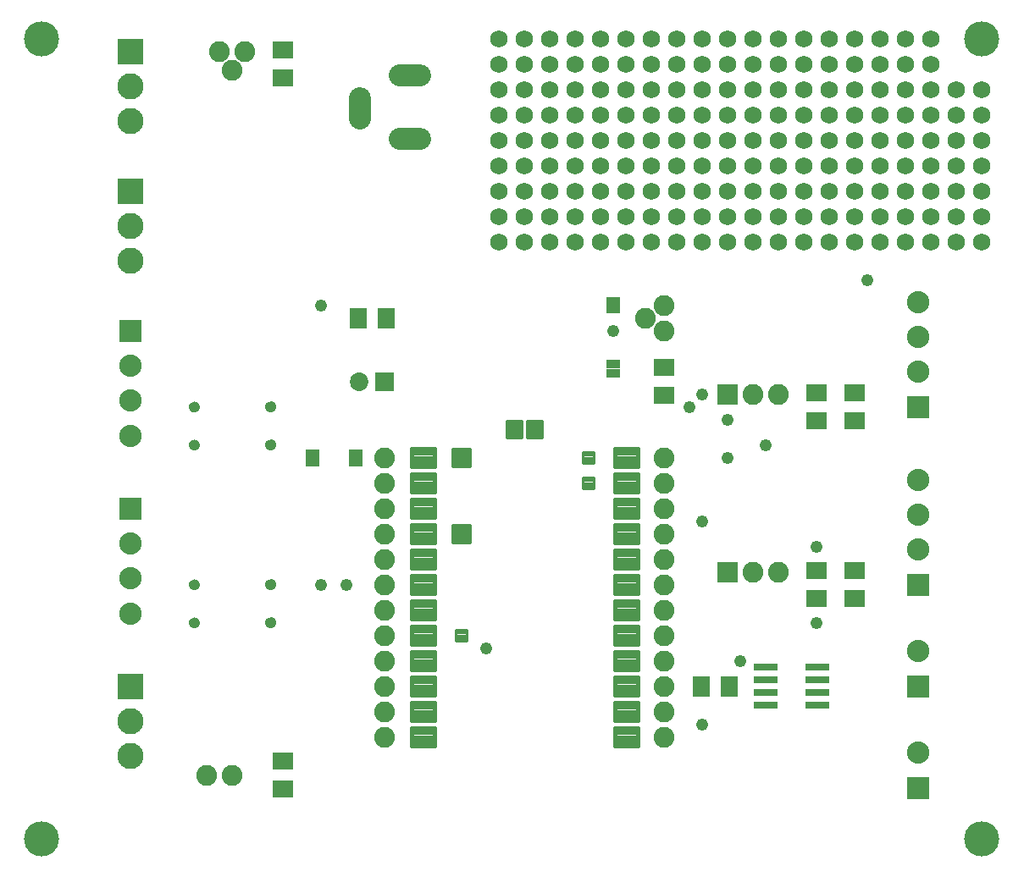
<source format=gts>
G75*
%MOIN*%
%OFA0B0*%
%FSLAX25Y25*%
%IPPOS*%
%LPD*%
%AMOC8*
5,1,8,0,0,1.08239X$1,22.5*
%
%ADD10R,0.07887X0.07099*%
%ADD11R,0.05800X0.06587*%
%ADD12R,0.08800X0.08800*%
%ADD13C,0.08800*%
%ADD14C,0.08200*%
%ADD15R,0.05800X0.03300*%
%ADD16C,0.01760*%
%ADD17C,0.01060*%
%ADD18C,0.01560*%
%ADD19C,0.01360*%
%ADD20R,0.07099X0.07887*%
%ADD21R,0.09461X0.03162*%
%ADD22R,0.10300X0.10300*%
%ADD23C,0.10300*%
%ADD24C,0.08674*%
%ADD25R,0.08200X0.08200*%
%ADD26C,0.13800*%
%ADD27C,0.07300*%
%ADD28R,0.07300X0.07300*%
%ADD29C,0.00500*%
%ADD30C,0.04762*%
%ADD31C,0.06800*%
D10*
X0111800Y0036288D03*
X0111800Y0047312D03*
X0261800Y0191288D03*
X0261800Y0202312D03*
X0321800Y0192312D03*
X0321800Y0181288D03*
X0336800Y0181288D03*
X0336800Y0192312D03*
X0336800Y0122312D03*
X0336800Y0111288D03*
X0321800Y0111288D03*
X0321800Y0122312D03*
X0111800Y0316288D03*
X0111800Y0327312D03*
D11*
X0123335Y0166800D03*
X0140265Y0166800D03*
D12*
X0051800Y0146800D03*
X0051800Y0216800D03*
X0361800Y0186800D03*
X0361800Y0116800D03*
X0361800Y0076800D03*
X0361800Y0036800D03*
D13*
X0361800Y0050580D03*
X0361800Y0090580D03*
X0361800Y0130580D03*
X0361800Y0144359D03*
X0361800Y0158139D03*
X0361800Y0200580D03*
X0361800Y0214359D03*
X0361800Y0228139D03*
X0051800Y0203020D03*
X0051800Y0189241D03*
X0051800Y0175461D03*
X0051800Y0133020D03*
X0051800Y0119241D03*
X0051800Y0105461D03*
D14*
X0081800Y0041800D03*
X0091800Y0041800D03*
X0151800Y0056800D03*
X0151800Y0066800D03*
X0151800Y0076800D03*
X0151800Y0086800D03*
X0151800Y0096800D03*
X0151800Y0106800D03*
X0151800Y0116800D03*
X0151800Y0126800D03*
X0151800Y0136800D03*
X0151800Y0146800D03*
X0151800Y0156800D03*
X0151800Y0166800D03*
X0254300Y0221800D03*
X0261800Y0226800D03*
X0261800Y0216800D03*
X0296800Y0191800D03*
X0306800Y0191800D03*
X0261800Y0166800D03*
X0261800Y0156800D03*
X0261800Y0146800D03*
X0261800Y0136800D03*
X0261800Y0126800D03*
X0261800Y0116800D03*
X0261800Y0106800D03*
X0261800Y0096800D03*
X0261800Y0086800D03*
X0261800Y0076800D03*
X0261800Y0066800D03*
X0261800Y0056800D03*
X0296800Y0121800D03*
X0306800Y0121800D03*
X0091800Y0319300D03*
X0086800Y0326800D03*
X0096800Y0326800D03*
D15*
X0241800Y0228422D03*
X0241800Y0225178D03*
X0241800Y0203572D03*
X0241800Y0200028D03*
D16*
X0242280Y0163280D02*
X0251320Y0163280D01*
X0242280Y0163280D02*
X0242280Y0170320D01*
X0251320Y0170320D01*
X0251320Y0163280D01*
X0251320Y0165039D02*
X0242280Y0165039D01*
X0242280Y0166798D02*
X0251320Y0166798D01*
X0251320Y0168557D02*
X0242280Y0168557D01*
X0242280Y0170316D02*
X0251320Y0170316D01*
X0251320Y0153280D02*
X0242280Y0153280D01*
X0242280Y0160320D01*
X0251320Y0160320D01*
X0251320Y0153280D01*
X0251320Y0155039D02*
X0242280Y0155039D01*
X0242280Y0156798D02*
X0251320Y0156798D01*
X0251320Y0158557D02*
X0242280Y0158557D01*
X0242280Y0160316D02*
X0251320Y0160316D01*
X0251320Y0143280D02*
X0242280Y0143280D01*
X0242280Y0150320D01*
X0251320Y0150320D01*
X0251320Y0143280D01*
X0251320Y0145039D02*
X0242280Y0145039D01*
X0242280Y0146798D02*
X0251320Y0146798D01*
X0251320Y0148557D02*
X0242280Y0148557D01*
X0242280Y0150316D02*
X0251320Y0150316D01*
X0251320Y0133280D02*
X0242280Y0133280D01*
X0242280Y0140320D01*
X0251320Y0140320D01*
X0251320Y0133280D01*
X0251320Y0135039D02*
X0242280Y0135039D01*
X0242280Y0136798D02*
X0251320Y0136798D01*
X0251320Y0138557D02*
X0242280Y0138557D01*
X0242280Y0140316D02*
X0251320Y0140316D01*
X0251320Y0123280D02*
X0242280Y0123280D01*
X0242280Y0130320D01*
X0251320Y0130320D01*
X0251320Y0123280D01*
X0251320Y0125039D02*
X0242280Y0125039D01*
X0242280Y0126798D02*
X0251320Y0126798D01*
X0251320Y0128557D02*
X0242280Y0128557D01*
X0242280Y0130316D02*
X0251320Y0130316D01*
X0251320Y0113280D02*
X0242280Y0113280D01*
X0242280Y0120320D01*
X0251320Y0120320D01*
X0251320Y0113280D01*
X0251320Y0115039D02*
X0242280Y0115039D01*
X0242280Y0116798D02*
X0251320Y0116798D01*
X0251320Y0118557D02*
X0242280Y0118557D01*
X0242280Y0120316D02*
X0251320Y0120316D01*
X0251320Y0103280D02*
X0242280Y0103280D01*
X0242280Y0110320D01*
X0251320Y0110320D01*
X0251320Y0103280D01*
X0251320Y0105039D02*
X0242280Y0105039D01*
X0242280Y0106798D02*
X0251320Y0106798D01*
X0251320Y0108557D02*
X0242280Y0108557D01*
X0242280Y0110316D02*
X0251320Y0110316D01*
X0251320Y0093280D02*
X0242280Y0093280D01*
X0242280Y0100320D01*
X0251320Y0100320D01*
X0251320Y0093280D01*
X0251320Y0095039D02*
X0242280Y0095039D01*
X0242280Y0096798D02*
X0251320Y0096798D01*
X0251320Y0098557D02*
X0242280Y0098557D01*
X0242280Y0100316D02*
X0251320Y0100316D01*
X0251320Y0083280D02*
X0242280Y0083280D01*
X0242280Y0090320D01*
X0251320Y0090320D01*
X0251320Y0083280D01*
X0251320Y0085039D02*
X0242280Y0085039D01*
X0242280Y0086798D02*
X0251320Y0086798D01*
X0251320Y0088557D02*
X0242280Y0088557D01*
X0242280Y0090316D02*
X0251320Y0090316D01*
X0251320Y0073280D02*
X0242280Y0073280D01*
X0242280Y0080320D01*
X0251320Y0080320D01*
X0251320Y0073280D01*
X0251320Y0075039D02*
X0242280Y0075039D01*
X0242280Y0076798D02*
X0251320Y0076798D01*
X0251320Y0078557D02*
X0242280Y0078557D01*
X0242280Y0080316D02*
X0251320Y0080316D01*
X0251320Y0063280D02*
X0242280Y0063280D01*
X0242280Y0070320D01*
X0251320Y0070320D01*
X0251320Y0063280D01*
X0251320Y0065039D02*
X0242280Y0065039D01*
X0242280Y0066798D02*
X0251320Y0066798D01*
X0251320Y0068557D02*
X0242280Y0068557D01*
X0242280Y0070316D02*
X0251320Y0070316D01*
X0251320Y0053280D02*
X0242280Y0053280D01*
X0242280Y0060320D01*
X0251320Y0060320D01*
X0251320Y0053280D01*
X0251320Y0055039D02*
X0242280Y0055039D01*
X0242280Y0056798D02*
X0251320Y0056798D01*
X0251320Y0058557D02*
X0242280Y0058557D01*
X0242280Y0060316D02*
X0251320Y0060316D01*
X0171320Y0053280D02*
X0162280Y0053280D01*
X0162280Y0060320D01*
X0171320Y0060320D01*
X0171320Y0053280D01*
X0171320Y0055039D02*
X0162280Y0055039D01*
X0162280Y0056798D02*
X0171320Y0056798D01*
X0171320Y0058557D02*
X0162280Y0058557D01*
X0162280Y0060316D02*
X0171320Y0060316D01*
X0171320Y0063280D02*
X0162280Y0063280D01*
X0162280Y0070320D01*
X0171320Y0070320D01*
X0171320Y0063280D01*
X0171320Y0065039D02*
X0162280Y0065039D01*
X0162280Y0066798D02*
X0171320Y0066798D01*
X0171320Y0068557D02*
X0162280Y0068557D01*
X0162280Y0070316D02*
X0171320Y0070316D01*
X0171320Y0073280D02*
X0162280Y0073280D01*
X0162280Y0080320D01*
X0171320Y0080320D01*
X0171320Y0073280D01*
X0171320Y0075039D02*
X0162280Y0075039D01*
X0162280Y0076798D02*
X0171320Y0076798D01*
X0171320Y0078557D02*
X0162280Y0078557D01*
X0162280Y0080316D02*
X0171320Y0080316D01*
X0171320Y0083280D02*
X0162280Y0083280D01*
X0162280Y0090320D01*
X0171320Y0090320D01*
X0171320Y0083280D01*
X0171320Y0085039D02*
X0162280Y0085039D01*
X0162280Y0086798D02*
X0171320Y0086798D01*
X0171320Y0088557D02*
X0162280Y0088557D01*
X0162280Y0090316D02*
X0171320Y0090316D01*
X0171320Y0093280D02*
X0162280Y0093280D01*
X0162280Y0100320D01*
X0171320Y0100320D01*
X0171320Y0093280D01*
X0171320Y0095039D02*
X0162280Y0095039D01*
X0162280Y0096798D02*
X0171320Y0096798D01*
X0171320Y0098557D02*
X0162280Y0098557D01*
X0162280Y0100316D02*
X0171320Y0100316D01*
X0171320Y0103280D02*
X0162280Y0103280D01*
X0162280Y0110320D01*
X0171320Y0110320D01*
X0171320Y0103280D01*
X0171320Y0105039D02*
X0162280Y0105039D01*
X0162280Y0106798D02*
X0171320Y0106798D01*
X0171320Y0108557D02*
X0162280Y0108557D01*
X0162280Y0110316D02*
X0171320Y0110316D01*
X0171320Y0113280D02*
X0162280Y0113280D01*
X0162280Y0120320D01*
X0171320Y0120320D01*
X0171320Y0113280D01*
X0171320Y0115039D02*
X0162280Y0115039D01*
X0162280Y0116798D02*
X0171320Y0116798D01*
X0171320Y0118557D02*
X0162280Y0118557D01*
X0162280Y0120316D02*
X0171320Y0120316D01*
X0171320Y0123280D02*
X0162280Y0123280D01*
X0162280Y0130320D01*
X0171320Y0130320D01*
X0171320Y0123280D01*
X0171320Y0125039D02*
X0162280Y0125039D01*
X0162280Y0126798D02*
X0171320Y0126798D01*
X0171320Y0128557D02*
X0162280Y0128557D01*
X0162280Y0130316D02*
X0171320Y0130316D01*
X0171320Y0133280D02*
X0162280Y0133280D01*
X0162280Y0140320D01*
X0171320Y0140320D01*
X0171320Y0133280D01*
X0171320Y0135039D02*
X0162280Y0135039D01*
X0162280Y0136798D02*
X0171320Y0136798D01*
X0171320Y0138557D02*
X0162280Y0138557D01*
X0162280Y0140316D02*
X0171320Y0140316D01*
X0171320Y0143280D02*
X0162280Y0143280D01*
X0162280Y0150320D01*
X0171320Y0150320D01*
X0171320Y0143280D01*
X0171320Y0145039D02*
X0162280Y0145039D01*
X0162280Y0146798D02*
X0171320Y0146798D01*
X0171320Y0148557D02*
X0162280Y0148557D01*
X0162280Y0150316D02*
X0171320Y0150316D01*
X0171320Y0153280D02*
X0162280Y0153280D01*
X0162280Y0160320D01*
X0171320Y0160320D01*
X0171320Y0153280D01*
X0171320Y0155039D02*
X0162280Y0155039D01*
X0162280Y0156798D02*
X0171320Y0156798D01*
X0171320Y0158557D02*
X0162280Y0158557D01*
X0162280Y0160316D02*
X0171320Y0160316D01*
X0171320Y0163280D02*
X0162280Y0163280D01*
X0162280Y0170320D01*
X0171320Y0170320D01*
X0171320Y0163280D01*
X0171320Y0165039D02*
X0162280Y0165039D01*
X0162280Y0166798D02*
X0171320Y0166798D01*
X0171320Y0168557D02*
X0162280Y0168557D01*
X0162280Y0170316D02*
X0171320Y0170316D01*
D17*
X0229680Y0164680D02*
X0233920Y0164680D01*
X0229680Y0164680D02*
X0229680Y0168920D01*
X0233920Y0168920D01*
X0233920Y0164680D01*
X0233920Y0165739D02*
X0229680Y0165739D01*
X0229680Y0166798D02*
X0233920Y0166798D01*
X0233920Y0167857D02*
X0229680Y0167857D01*
X0229680Y0168916D02*
X0233920Y0168916D01*
X0233920Y0154680D02*
X0229680Y0154680D01*
X0229680Y0158920D01*
X0233920Y0158920D01*
X0233920Y0154680D01*
X0233920Y0155739D02*
X0229680Y0155739D01*
X0229680Y0156798D02*
X0233920Y0156798D01*
X0233920Y0157857D02*
X0229680Y0157857D01*
X0229680Y0158916D02*
X0233920Y0158916D01*
X0183920Y0094680D02*
X0179680Y0094680D01*
X0179680Y0098920D01*
X0183920Y0098920D01*
X0183920Y0094680D01*
X0183920Y0095739D02*
X0179680Y0095739D01*
X0179680Y0096798D02*
X0183920Y0096798D01*
X0183920Y0097857D02*
X0179680Y0097857D01*
X0179680Y0098916D02*
X0183920Y0098916D01*
D18*
X0184920Y0133680D02*
X0178680Y0133680D01*
X0178680Y0139920D01*
X0184920Y0139920D01*
X0184920Y0133680D01*
X0184920Y0135239D02*
X0178680Y0135239D01*
X0178680Y0136798D02*
X0184920Y0136798D01*
X0184920Y0138357D02*
X0178680Y0138357D01*
X0178680Y0139916D02*
X0184920Y0139916D01*
X0184920Y0163680D02*
X0178680Y0163680D01*
X0178680Y0169920D01*
X0184920Y0169920D01*
X0184920Y0163680D01*
X0184920Y0165239D02*
X0178680Y0165239D01*
X0178680Y0166798D02*
X0184920Y0166798D01*
X0184920Y0168357D02*
X0178680Y0168357D01*
X0178680Y0169916D02*
X0184920Y0169916D01*
D19*
X0200080Y0174580D02*
X0205520Y0174580D01*
X0200080Y0174580D02*
X0200080Y0181020D01*
X0205520Y0181020D01*
X0205520Y0174580D01*
X0205520Y0175939D02*
X0200080Y0175939D01*
X0200080Y0177298D02*
X0205520Y0177298D01*
X0205520Y0178657D02*
X0200080Y0178657D01*
X0200080Y0180016D02*
X0205520Y0180016D01*
X0208080Y0174580D02*
X0213520Y0174580D01*
X0208080Y0174580D02*
X0208080Y0181020D01*
X0213520Y0181020D01*
X0213520Y0174580D01*
X0213520Y0175939D02*
X0208080Y0175939D01*
X0208080Y0177298D02*
X0213520Y0177298D01*
X0213520Y0178657D02*
X0208080Y0178657D01*
X0208080Y0180016D02*
X0213520Y0180016D01*
D20*
X0152312Y0221800D03*
X0141288Y0221800D03*
X0276288Y0076800D03*
X0287312Y0076800D03*
D21*
X0301564Y0074300D03*
X0301564Y0079300D03*
X0301564Y0084300D03*
X0301564Y0069300D03*
X0322036Y0069300D03*
X0322036Y0074300D03*
X0322036Y0079300D03*
X0322036Y0084300D03*
D22*
X0051800Y0076800D03*
X0051800Y0271800D03*
X0051800Y0326800D03*
D23*
X0051800Y0313020D03*
X0051800Y0299241D03*
X0051800Y0258020D03*
X0051800Y0244241D03*
X0051800Y0063020D03*
X0051800Y0049241D03*
D24*
X0157706Y0292469D02*
X0165580Y0292469D01*
X0141957Y0300343D02*
X0141957Y0308217D01*
X0157706Y0317272D02*
X0165580Y0317272D01*
D25*
X0286800Y0191800D03*
X0286800Y0121800D03*
D26*
X0016800Y0016800D03*
X0016800Y0331800D03*
X0386800Y0331800D03*
X0386800Y0016800D03*
D27*
X0141800Y0196800D03*
D28*
X0151800Y0196800D03*
D29*
X0108498Y0187259D02*
X0108550Y0186880D01*
X0108515Y0186479D01*
X0108392Y0186097D01*
X0108186Y0185751D01*
X0107909Y0185460D01*
X0107574Y0185237D01*
X0107198Y0185095D01*
X0106800Y0185040D01*
X0106407Y0185091D01*
X0106035Y0185228D01*
X0105703Y0185445D01*
X0105428Y0185730D01*
X0105223Y0186069D01*
X0105098Y0186445D01*
X0105060Y0186840D01*
X0105107Y0187223D01*
X0105237Y0187587D01*
X0105446Y0187912D01*
X0105721Y0188183D01*
X0106050Y0188386D01*
X0106416Y0188510D01*
X0106800Y0188550D01*
X0107182Y0188516D01*
X0107546Y0188398D01*
X0107875Y0188202D01*
X0108152Y0187937D01*
X0108363Y0187618D01*
X0108498Y0187259D01*
X0108512Y0187157D02*
X0105099Y0187157D01*
X0105078Y0186658D02*
X0108531Y0186658D01*
X0108412Y0186160D02*
X0105192Y0186160D01*
X0105494Y0185661D02*
X0108101Y0185661D01*
X0107377Y0185163D02*
X0106213Y0185163D01*
X0105281Y0187655D02*
X0108339Y0187655D01*
X0107925Y0188154D02*
X0105692Y0188154D01*
X0106800Y0173550D02*
X0106416Y0173510D01*
X0106050Y0173386D01*
X0105721Y0173183D01*
X0105446Y0172912D01*
X0105237Y0172587D01*
X0105107Y0172223D01*
X0105060Y0171840D01*
X0105098Y0171445D01*
X0105223Y0171069D01*
X0105428Y0170730D01*
X0105703Y0170445D01*
X0106035Y0170228D01*
X0106407Y0170091D01*
X0106800Y0170040D01*
X0107198Y0170095D01*
X0107574Y0170237D01*
X0107909Y0170460D01*
X0108186Y0170751D01*
X0108392Y0171097D01*
X0108515Y0171479D01*
X0108550Y0171880D01*
X0108498Y0172259D01*
X0108363Y0172618D01*
X0108152Y0172937D01*
X0107875Y0173202D01*
X0107546Y0173398D01*
X0107182Y0173516D01*
X0106800Y0173550D01*
X0105747Y0173199D02*
X0107878Y0173199D01*
X0108309Y0172700D02*
X0105310Y0172700D01*
X0105104Y0172202D02*
X0108506Y0172202D01*
X0108535Y0171703D02*
X0105073Y0171703D01*
X0105178Y0171205D02*
X0108426Y0171205D01*
X0108144Y0170706D02*
X0105451Y0170706D01*
X0106092Y0170208D02*
X0107495Y0170208D01*
X0078520Y0171850D02*
X0078485Y0171449D01*
X0078362Y0171067D01*
X0078156Y0170721D01*
X0077879Y0170430D01*
X0077544Y0170207D01*
X0077168Y0170065D01*
X0076770Y0170010D01*
X0076377Y0170061D01*
X0076005Y0170198D01*
X0075673Y0170415D01*
X0075398Y0170700D01*
X0075193Y0171039D01*
X0075068Y0171415D01*
X0075030Y0171810D01*
X0075077Y0172193D01*
X0075207Y0172557D01*
X0075416Y0172882D01*
X0075691Y0173153D01*
X0076020Y0173356D01*
X0076386Y0173480D01*
X0076770Y0173520D01*
X0077152Y0173486D01*
X0077516Y0173368D01*
X0077845Y0173172D01*
X0078122Y0172908D01*
X0078333Y0172588D01*
X0078468Y0172230D01*
X0078520Y0171850D01*
X0078507Y0171703D02*
X0075041Y0171703D01*
X0075080Y0172202D02*
X0078472Y0172202D01*
X0078259Y0172700D02*
X0075299Y0172700D01*
X0075765Y0173199D02*
X0077800Y0173199D01*
X0078406Y0171205D02*
X0075138Y0171205D01*
X0075394Y0170706D02*
X0078142Y0170706D01*
X0077544Y0170208D02*
X0075991Y0170208D01*
X0076770Y0185010D02*
X0076377Y0185061D01*
X0076005Y0185198D01*
X0075673Y0185415D01*
X0075398Y0185700D01*
X0075193Y0186039D01*
X0075068Y0186415D01*
X0075030Y0186810D01*
X0075077Y0187193D01*
X0075207Y0187557D01*
X0075416Y0187882D01*
X0075691Y0188153D01*
X0076020Y0188356D01*
X0076386Y0188480D01*
X0076770Y0188520D01*
X0077152Y0188486D01*
X0077516Y0188368D01*
X0077845Y0188172D01*
X0078122Y0187908D01*
X0078333Y0187588D01*
X0078468Y0187230D01*
X0078520Y0186850D01*
X0078485Y0186449D01*
X0078362Y0186067D01*
X0078156Y0185721D01*
X0077879Y0185430D01*
X0077544Y0185207D01*
X0077168Y0185065D01*
X0076770Y0185010D01*
X0077426Y0185163D02*
X0076102Y0185163D01*
X0075435Y0185661D02*
X0078100Y0185661D01*
X0078392Y0186160D02*
X0075153Y0186160D01*
X0075045Y0186658D02*
X0078503Y0186658D01*
X0078478Y0187157D02*
X0075072Y0187157D01*
X0075271Y0187655D02*
X0078289Y0187655D01*
X0077864Y0188154D02*
X0075693Y0188154D01*
X0076770Y0118520D02*
X0076386Y0118480D01*
X0076020Y0118356D01*
X0075691Y0118153D01*
X0075416Y0117882D01*
X0075207Y0117557D01*
X0075077Y0117193D01*
X0075030Y0116810D01*
X0075068Y0116415D01*
X0075193Y0116039D01*
X0075398Y0115700D01*
X0075673Y0115415D01*
X0076005Y0115198D01*
X0076377Y0115061D01*
X0076770Y0115010D01*
X0077168Y0115065D01*
X0077544Y0115207D01*
X0077879Y0115430D01*
X0078156Y0115721D01*
X0078362Y0116067D01*
X0078485Y0116449D01*
X0078520Y0116850D01*
X0078468Y0117230D01*
X0078333Y0117588D01*
X0078122Y0117908D01*
X0077845Y0118172D01*
X0077516Y0118368D01*
X0077152Y0118486D01*
X0076770Y0118520D01*
X0076040Y0118362D02*
X0077526Y0118362D01*
X0078151Y0117864D02*
X0075404Y0117864D01*
X0075139Y0117365D02*
X0078417Y0117365D01*
X0078518Y0116867D02*
X0075037Y0116867D01*
X0075084Y0116368D02*
X0078459Y0116368D01*
X0078245Y0115870D02*
X0075295Y0115870D01*
X0075740Y0115371D02*
X0077791Y0115371D01*
X0076770Y0103520D02*
X0076386Y0103480D01*
X0076020Y0103356D01*
X0075691Y0103153D01*
X0075416Y0102882D01*
X0075207Y0102557D01*
X0075077Y0102193D01*
X0075030Y0101810D01*
X0075068Y0101415D01*
X0075193Y0101039D01*
X0075398Y0100700D01*
X0075673Y0100415D01*
X0076005Y0100198D01*
X0076377Y0100061D01*
X0076770Y0100010D01*
X0077168Y0100065D01*
X0077544Y0100207D01*
X0077879Y0100430D01*
X0078156Y0100721D01*
X0078362Y0101067D01*
X0078485Y0101449D01*
X0078520Y0101850D01*
X0078468Y0102230D01*
X0078333Y0102588D01*
X0078122Y0102908D01*
X0077845Y0103172D01*
X0077516Y0103368D01*
X0077152Y0103486D01*
X0076770Y0103520D01*
X0076171Y0103407D02*
X0077396Y0103407D01*
X0078121Y0102908D02*
X0075443Y0102908D01*
X0075155Y0102410D02*
X0078400Y0102410D01*
X0078512Y0101911D02*
X0075043Y0101911D01*
X0075069Y0101413D02*
X0078473Y0101413D01*
X0078271Y0100914D02*
X0075268Y0100914D01*
X0075672Y0100416D02*
X0077858Y0100416D01*
X0105060Y0101840D02*
X0105107Y0102223D01*
X0105237Y0102587D01*
X0105446Y0102912D01*
X0105721Y0103183D01*
X0106050Y0103386D01*
X0106416Y0103510D01*
X0106800Y0103550D01*
X0107182Y0103516D01*
X0107546Y0103398D01*
X0107875Y0103202D01*
X0108152Y0102937D01*
X0108363Y0102618D01*
X0108498Y0102259D01*
X0108550Y0101880D01*
X0108515Y0101479D01*
X0108392Y0101097D01*
X0108186Y0100751D01*
X0107909Y0100460D01*
X0107574Y0100237D01*
X0107198Y0100095D01*
X0106800Y0100040D01*
X0106407Y0100091D01*
X0106035Y0100228D01*
X0105703Y0100445D01*
X0105428Y0100730D01*
X0105223Y0101069D01*
X0105098Y0101445D01*
X0105060Y0101840D01*
X0105069Y0101911D02*
X0108546Y0101911D01*
X0108494Y0101413D02*
X0105109Y0101413D01*
X0105316Y0100914D02*
X0108283Y0100914D01*
X0107843Y0100416D02*
X0105748Y0100416D01*
X0105174Y0102410D02*
X0108442Y0102410D01*
X0108171Y0102908D02*
X0105443Y0102908D01*
X0106113Y0103407D02*
X0107518Y0103407D01*
X0106800Y0115040D02*
X0106407Y0115091D01*
X0106035Y0115228D01*
X0105703Y0115445D01*
X0105428Y0115730D01*
X0105223Y0116069D01*
X0105098Y0116445D01*
X0105060Y0116840D01*
X0105107Y0117223D01*
X0105237Y0117587D01*
X0105446Y0117912D01*
X0105721Y0118183D01*
X0106050Y0118386D01*
X0106416Y0118510D01*
X0106800Y0118550D01*
X0107182Y0118516D01*
X0107546Y0118398D01*
X0107875Y0118202D01*
X0108152Y0117937D01*
X0108363Y0117618D01*
X0108498Y0117259D01*
X0108550Y0116880D01*
X0108515Y0116479D01*
X0108392Y0116097D01*
X0108186Y0115751D01*
X0107909Y0115460D01*
X0107574Y0115237D01*
X0107198Y0115095D01*
X0106800Y0115040D01*
X0107776Y0115371D02*
X0105816Y0115371D01*
X0105343Y0115870D02*
X0108257Y0115870D01*
X0108479Y0116368D02*
X0105123Y0116368D01*
X0105064Y0116867D02*
X0108549Y0116867D01*
X0108458Y0117365D02*
X0105158Y0117365D01*
X0105415Y0117864D02*
X0108201Y0117864D01*
X0107606Y0118362D02*
X0106012Y0118362D01*
D30*
X0126800Y0116800D03*
X0136800Y0116800D03*
X0191800Y0091800D03*
X0261800Y0106800D03*
X0291800Y0086800D03*
X0276800Y0061800D03*
X0321800Y0101800D03*
X0321800Y0131800D03*
X0286800Y0166800D03*
X0301800Y0171800D03*
X0286800Y0181800D03*
X0276800Y0191800D03*
X0271800Y0186800D03*
X0261800Y0166800D03*
X0276800Y0141800D03*
X0241800Y0216800D03*
X0341800Y0236800D03*
X0126800Y0226800D03*
D31*
X0196800Y0251800D03*
X0196800Y0261800D03*
X0196800Y0271800D03*
X0196800Y0281800D03*
X0196800Y0291800D03*
X0196800Y0301800D03*
X0196800Y0311800D03*
X0196800Y0321800D03*
X0196800Y0331800D03*
X0206800Y0331800D03*
X0216800Y0331800D03*
X0216800Y0321800D03*
X0206800Y0321800D03*
X0206800Y0311800D03*
X0216800Y0311800D03*
X0216800Y0301800D03*
X0206800Y0301800D03*
X0206800Y0291800D03*
X0206800Y0281800D03*
X0216800Y0281800D03*
X0216800Y0291800D03*
X0226800Y0291800D03*
X0226800Y0281800D03*
X0236800Y0281800D03*
X0236800Y0291800D03*
X0236800Y0301800D03*
X0226800Y0301800D03*
X0226800Y0311800D03*
X0236800Y0311800D03*
X0236800Y0321800D03*
X0226800Y0321800D03*
X0226800Y0331800D03*
X0236800Y0331800D03*
X0246800Y0331800D03*
X0256800Y0331800D03*
X0256800Y0321800D03*
X0246800Y0321800D03*
X0246800Y0311800D03*
X0256800Y0311800D03*
X0256800Y0301800D03*
X0246800Y0301800D03*
X0246800Y0291800D03*
X0246800Y0281800D03*
X0256800Y0281800D03*
X0256800Y0291800D03*
X0266800Y0291800D03*
X0266800Y0281800D03*
X0276800Y0281800D03*
X0276800Y0291800D03*
X0276800Y0301800D03*
X0266800Y0301800D03*
X0266800Y0311800D03*
X0276800Y0311800D03*
X0276800Y0321800D03*
X0266800Y0321800D03*
X0266800Y0331800D03*
X0276800Y0331800D03*
X0286800Y0331800D03*
X0296800Y0331800D03*
X0296800Y0321800D03*
X0286800Y0321800D03*
X0286800Y0311800D03*
X0296800Y0311800D03*
X0296800Y0301800D03*
X0286800Y0301800D03*
X0286800Y0291800D03*
X0286800Y0281800D03*
X0296800Y0281800D03*
X0296800Y0291800D03*
X0306800Y0291800D03*
X0306800Y0281800D03*
X0316800Y0281800D03*
X0316800Y0291800D03*
X0326800Y0291800D03*
X0326800Y0281800D03*
X0326800Y0271800D03*
X0316800Y0271800D03*
X0306800Y0271800D03*
X0306800Y0261800D03*
X0316800Y0261800D03*
X0326800Y0261800D03*
X0326800Y0251800D03*
X0316800Y0251800D03*
X0306800Y0251800D03*
X0296800Y0251800D03*
X0286800Y0251800D03*
X0286800Y0261800D03*
X0296800Y0261800D03*
X0296800Y0271800D03*
X0286800Y0271800D03*
X0276800Y0271800D03*
X0266800Y0271800D03*
X0266800Y0261800D03*
X0276800Y0261800D03*
X0276800Y0251800D03*
X0266800Y0251800D03*
X0256800Y0251800D03*
X0246800Y0251800D03*
X0246800Y0261800D03*
X0256800Y0261800D03*
X0256800Y0271800D03*
X0246800Y0271800D03*
X0236800Y0271800D03*
X0226800Y0271800D03*
X0226800Y0261800D03*
X0236800Y0261800D03*
X0236800Y0251800D03*
X0226800Y0251800D03*
X0216800Y0251800D03*
X0206800Y0251800D03*
X0206800Y0261800D03*
X0216800Y0261800D03*
X0216800Y0271800D03*
X0206800Y0271800D03*
X0306800Y0301800D03*
X0316800Y0301800D03*
X0326800Y0301800D03*
X0326800Y0311800D03*
X0316800Y0311800D03*
X0306800Y0311800D03*
X0306800Y0321800D03*
X0316800Y0321800D03*
X0326800Y0321800D03*
X0326800Y0331800D03*
X0316800Y0331800D03*
X0306800Y0331800D03*
X0336800Y0331800D03*
X0346800Y0331800D03*
X0346800Y0321800D03*
X0336800Y0321800D03*
X0336800Y0311800D03*
X0346800Y0311800D03*
X0346800Y0301800D03*
X0336800Y0301800D03*
X0336800Y0291800D03*
X0336800Y0281800D03*
X0346800Y0281800D03*
X0346800Y0291800D03*
X0356800Y0291800D03*
X0356800Y0281800D03*
X0366800Y0281800D03*
X0366800Y0291800D03*
X0366800Y0301800D03*
X0356800Y0301800D03*
X0356800Y0311800D03*
X0366800Y0311800D03*
X0366800Y0321800D03*
X0356800Y0321800D03*
X0356800Y0331800D03*
X0366800Y0331800D03*
X0376800Y0311800D03*
X0386800Y0311800D03*
X0386800Y0301800D03*
X0376800Y0301800D03*
X0376800Y0291800D03*
X0376800Y0281800D03*
X0386800Y0281800D03*
X0386800Y0291800D03*
X0386800Y0271800D03*
X0376800Y0271800D03*
X0376800Y0261800D03*
X0386800Y0261800D03*
X0386800Y0251800D03*
X0376800Y0251800D03*
X0366800Y0251800D03*
X0356800Y0251800D03*
X0356800Y0261800D03*
X0366800Y0261800D03*
X0366800Y0271800D03*
X0356800Y0271800D03*
X0346800Y0271800D03*
X0336800Y0271800D03*
X0336800Y0261800D03*
X0346800Y0261800D03*
X0346800Y0251800D03*
X0336800Y0251800D03*
M02*

</source>
